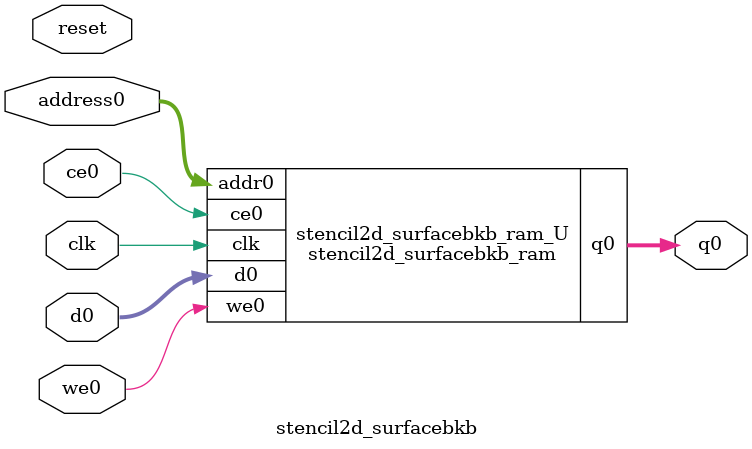
<source format=v>
`timescale 1 ns / 1 ps
module stencil2d_surfacebkb_ram (addr0, ce0, d0, we0, q0,  clk);

parameter DWIDTH = 64;
parameter AWIDTH = 16;
parameter MEM_SIZE = 64516;

input[AWIDTH-1:0] addr0;
input ce0;
input[DWIDTH-1:0] d0;
input we0;
output reg[DWIDTH-1:0] q0;
input clk;

(* ram_style = "block" *)reg [DWIDTH-1:0] ram[0:MEM_SIZE-1];




always @(posedge clk)  
begin 
    if (ce0) begin
        if (we0) 
            ram[addr0] <= d0; 
        q0 <= ram[addr0];
    end
end


endmodule

`timescale 1 ns / 1 ps
module stencil2d_surfacebkb(
    reset,
    clk,
    address0,
    ce0,
    we0,
    d0,
    q0);

parameter DataWidth = 32'd64;
parameter AddressRange = 32'd64516;
parameter AddressWidth = 32'd16;
input reset;
input clk;
input[AddressWidth - 1:0] address0;
input ce0;
input we0;
input[DataWidth - 1:0] d0;
output[DataWidth - 1:0] q0;



stencil2d_surfacebkb_ram stencil2d_surfacebkb_ram_U(
    .clk( clk ),
    .addr0( address0 ),
    .ce0( ce0 ),
    .we0( we0 ),
    .d0( d0 ),
    .q0( q0 ));

endmodule


</source>
